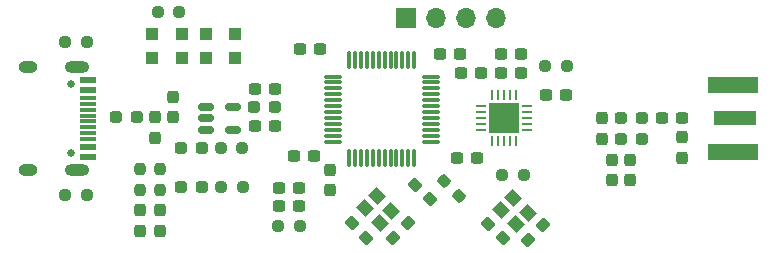
<source format=gts>
%TF.GenerationSoftware,KiCad,Pcbnew,(6.0.4)*%
%TF.CreationDate,2022-11-28T15:49:36+01:00*%
%TF.ProjectId,STM32F103RF,53544d33-3246-4313-9033-52462e6b6963,1*%
%TF.SameCoordinates,Original*%
%TF.FileFunction,Soldermask,Top*%
%TF.FilePolarity,Negative*%
%FSLAX46Y46*%
G04 Gerber Fmt 4.6, Leading zero omitted, Abs format (unit mm)*
G04 Created by KiCad (PCBNEW (6.0.4)) date 2022-11-28 15:49:36*
%MOMM*%
%LPD*%
G01*
G04 APERTURE LIST*
G04 Aperture macros list*
%AMRoundRect*
0 Rectangle with rounded corners*
0 $1 Rounding radius*
0 $2 $3 $4 $5 $6 $7 $8 $9 X,Y pos of 4 corners*
0 Add a 4 corners polygon primitive as box body*
4,1,4,$2,$3,$4,$5,$6,$7,$8,$9,$2,$3,0*
0 Add four circle primitives for the rounded corners*
1,1,$1+$1,$2,$3*
1,1,$1+$1,$4,$5*
1,1,$1+$1,$6,$7*
1,1,$1+$1,$8,$9*
0 Add four rect primitives between the rounded corners*
20,1,$1+$1,$2,$3,$4,$5,0*
20,1,$1+$1,$4,$5,$6,$7,0*
20,1,$1+$1,$6,$7,$8,$9,0*
20,1,$1+$1,$8,$9,$2,$3,0*%
%AMRotRect*
0 Rectangle, with rotation*
0 The origin of the aperture is its center*
0 $1 length*
0 $2 width*
0 $3 Rotation angle, in degrees counterclockwise*
0 Add horizontal line*
21,1,$1,$2,0,0,$3*%
G04 Aperture macros list end*
%ADD10RoundRect,0.237500X0.237500X-0.300000X0.237500X0.300000X-0.237500X0.300000X-0.237500X-0.300000X0*%
%ADD11RoundRect,0.237500X-0.287500X-0.237500X0.287500X-0.237500X0.287500X0.237500X-0.287500X0.237500X0*%
%ADD12RoundRect,0.237500X-0.237500X0.250000X-0.237500X-0.250000X0.237500X-0.250000X0.237500X0.250000X0*%
%ADD13RoundRect,0.237500X-0.344715X0.008839X0.008839X-0.344715X0.344715X-0.008839X-0.008839X0.344715X0*%
%ADD14RoundRect,0.237500X0.300000X0.237500X-0.300000X0.237500X-0.300000X-0.237500X0.300000X-0.237500X0*%
%ADD15RoundRect,0.075000X0.075000X-0.662500X0.075000X0.662500X-0.075000X0.662500X-0.075000X-0.662500X0*%
%ADD16RoundRect,0.075000X0.662500X-0.075000X0.662500X0.075000X-0.662500X0.075000X-0.662500X-0.075000X0*%
%ADD17RoundRect,0.237500X0.237500X-0.287500X0.237500X0.287500X-0.237500X0.287500X-0.237500X-0.287500X0*%
%ADD18RoundRect,0.237500X-0.380070X0.044194X0.044194X-0.380070X0.380070X-0.044194X-0.044194X0.380070X0*%
%ADD19R,1.700000X1.700000*%
%ADD20O,1.700000X1.700000*%
%ADD21C,0.650000*%
%ADD22R,1.450000X0.600000*%
%ADD23R,1.450000X0.300000*%
%ADD24O,1.600000X1.000000*%
%ADD25O,2.100000X1.000000*%
%ADD26RoundRect,0.237500X0.287500X0.237500X-0.287500X0.237500X-0.287500X-0.237500X0.287500X-0.237500X0*%
%ADD27RoundRect,0.237500X-0.300000X-0.237500X0.300000X-0.237500X0.300000X0.237500X-0.300000X0.237500X0*%
%ADD28RoundRect,0.237500X-0.250000X-0.237500X0.250000X-0.237500X0.250000X0.237500X-0.250000X0.237500X0*%
%ADD29RoundRect,0.237500X-0.237500X0.300000X-0.237500X-0.300000X0.237500X-0.300000X0.237500X0.300000X0*%
%ADD30R,1.000000X1.000000*%
%ADD31RoundRect,0.237500X0.044194X0.380070X-0.380070X-0.044194X-0.044194X-0.380070X0.380070X0.044194X0*%
%ADD32RoundRect,0.237500X0.250000X0.237500X-0.250000X0.237500X-0.250000X-0.237500X0.250000X-0.237500X0*%
%ADD33RoundRect,0.062500X-0.350000X-0.062500X0.350000X-0.062500X0.350000X0.062500X-0.350000X0.062500X0*%
%ADD34RoundRect,0.062500X-0.062500X-0.350000X0.062500X-0.350000X0.062500X0.350000X-0.062500X0.350000X0*%
%ADD35R,2.500000X2.500000*%
%ADD36RotRect,1.150000X1.000000X315.000000*%
%ADD37R,3.600000X1.270000*%
%ADD38R,4.200000X1.350000*%
%ADD39RoundRect,0.150000X-0.512500X-0.150000X0.512500X-0.150000X0.512500X0.150000X-0.512500X0.150000X0*%
%ADD40RotRect,1.150000X1.000000X135.000000*%
G04 APERTURE END LIST*
D10*
X81231250Y-62687500D03*
X81231250Y-60962500D03*
D11*
X81968750Y-68587500D03*
X83718750Y-68587500D03*
D12*
X80168750Y-67037500D03*
X80168750Y-68862500D03*
D10*
X119993750Y-68000000D03*
X119993750Y-66275000D03*
D13*
X104223515Y-68092265D03*
X105513985Y-69382735D03*
D14*
X93228125Y-65984375D03*
X91503125Y-65984375D03*
D15*
X96181250Y-66150000D03*
X96681250Y-66150000D03*
X97181250Y-66150000D03*
X97681250Y-66150000D03*
X98181250Y-66150000D03*
X98681250Y-66150000D03*
X99181250Y-66150000D03*
X99681250Y-66150000D03*
X100181250Y-66150000D03*
X100681250Y-66150000D03*
X101181250Y-66150000D03*
X101681250Y-66150000D03*
D16*
X103093750Y-64737500D03*
X103093750Y-64237500D03*
X103093750Y-63737500D03*
X103093750Y-63237500D03*
X103093750Y-62737500D03*
X103093750Y-62237500D03*
X103093750Y-61737500D03*
X103093750Y-61237500D03*
X103093750Y-60737500D03*
X103093750Y-60237500D03*
X103093750Y-59737500D03*
X103093750Y-59237500D03*
D15*
X101681250Y-57825000D03*
X101181250Y-57825000D03*
X100681250Y-57825000D03*
X100181250Y-57825000D03*
X99681250Y-57825000D03*
X99181250Y-57825000D03*
X98681250Y-57825000D03*
X98181250Y-57825000D03*
X97681250Y-57825000D03*
X97181250Y-57825000D03*
X96681250Y-57825000D03*
X96181250Y-57825000D03*
D16*
X94768750Y-59237500D03*
X94768750Y-59737500D03*
X94768750Y-60237500D03*
X94768750Y-60737500D03*
X94768750Y-61237500D03*
X94768750Y-61737500D03*
X94768750Y-62237500D03*
X94768750Y-62737500D03*
X94768750Y-63237500D03*
X94768750Y-63737500D03*
X94768750Y-64237500D03*
X94768750Y-64737500D03*
D17*
X117593750Y-64512500D03*
X117593750Y-62762500D03*
D11*
X88131250Y-61837500D03*
X89881250Y-61837500D03*
X81956250Y-65287500D03*
X83706250Y-65287500D03*
D18*
X96421370Y-71677620D03*
X97641130Y-72897380D03*
D19*
X100968750Y-54237500D03*
D20*
X103508750Y-54237500D03*
X106048750Y-54237500D03*
X108588750Y-54237500D03*
D21*
X72631250Y-65677500D03*
X72631250Y-59897500D03*
D22*
X74076250Y-59537500D03*
X74076250Y-60337500D03*
D23*
X74076250Y-61537500D03*
X74076250Y-62537500D03*
X74076250Y-63037500D03*
X74076250Y-64037500D03*
D22*
X74076250Y-65237500D03*
X74076250Y-66037500D03*
X74076250Y-66037500D03*
X74076250Y-65237500D03*
D23*
X74076250Y-64537500D03*
X74076250Y-63537500D03*
X74076250Y-62037500D03*
X74076250Y-61037500D03*
D22*
X74076250Y-60337500D03*
X74076250Y-59537500D03*
D24*
X68981250Y-67107500D03*
D25*
X73161250Y-58467500D03*
D24*
X68981250Y-58467500D03*
D25*
X73161250Y-67107500D03*
D12*
X78468750Y-67037500D03*
X78468750Y-68862500D03*
D10*
X118393750Y-68000000D03*
X118393750Y-66275000D03*
D14*
X91928125Y-68684375D03*
X90203125Y-68684375D03*
D26*
X120968750Y-64537500D03*
X119218750Y-64537500D03*
D27*
X103868750Y-57287500D03*
X105593750Y-57287500D03*
D28*
X72118750Y-69287500D03*
X73943750Y-69287500D03*
D29*
X79731250Y-62687500D03*
X79731250Y-64412500D03*
D30*
X84018750Y-55637500D03*
X86518750Y-55637500D03*
D31*
X101141130Y-71677620D03*
X99921370Y-72897380D03*
D32*
X87143750Y-65287500D03*
X85318750Y-65287500D03*
D28*
X79956250Y-53737500D03*
X81781250Y-53737500D03*
D33*
X107331250Y-61737500D03*
X107331250Y-62237500D03*
X107331250Y-62737500D03*
X107331250Y-63237500D03*
X107331250Y-63737500D03*
D34*
X108268750Y-64675000D03*
X108768750Y-64675000D03*
X109268750Y-64675000D03*
X109768750Y-64675000D03*
X110268750Y-64675000D03*
D33*
X111206250Y-63737500D03*
X111206250Y-63237500D03*
X111206250Y-62737500D03*
X111206250Y-62237500D03*
X111206250Y-61737500D03*
D34*
X110268750Y-60800000D03*
X109768750Y-60800000D03*
X109268750Y-60800000D03*
X108768750Y-60800000D03*
X108268750Y-60800000D03*
D35*
X109268750Y-62737500D03*
D32*
X87181250Y-68587500D03*
X85356250Y-68587500D03*
D36*
X97517557Y-70363756D03*
X98754994Y-71601193D03*
X99744943Y-70611244D03*
X98507506Y-69373807D03*
D18*
X107958870Y-71727620D03*
X109178630Y-72947380D03*
D27*
X109006250Y-58937500D03*
X110731250Y-58937500D03*
D17*
X80168750Y-72325000D03*
X80168750Y-70575000D03*
D11*
X76456250Y-62687500D03*
X78206250Y-62687500D03*
D30*
X79518750Y-55637500D03*
X82018750Y-55637500D03*
D28*
X112756250Y-58337500D03*
X114581250Y-58337500D03*
D18*
X101791761Y-68388885D03*
X103011521Y-69608645D03*
D14*
X93731250Y-56937500D03*
X92006250Y-56937500D03*
D28*
X72118750Y-56287500D03*
X73943750Y-56287500D03*
D30*
X86518750Y-57637500D03*
X84018750Y-57637500D03*
D29*
X94565625Y-67121875D03*
X94565625Y-68846875D03*
D30*
X82018750Y-57637500D03*
X79518750Y-57637500D03*
D37*
X128837500Y-62787500D03*
D38*
X128637500Y-65612500D03*
X128637500Y-59962500D03*
D39*
X84093750Y-61837500D03*
X84093750Y-62787500D03*
X84093750Y-63737500D03*
X86368750Y-63737500D03*
X86368750Y-61837500D03*
D27*
X105606250Y-58937500D03*
X107331250Y-58937500D03*
D14*
X89893750Y-63387500D03*
X88168750Y-63387500D03*
D32*
X110981250Y-67537500D03*
X109156250Y-67537500D03*
D27*
X109006250Y-57337500D03*
X110731250Y-57337500D03*
D14*
X107031250Y-66137500D03*
X105306250Y-66137500D03*
D10*
X124393750Y-66100000D03*
X124393750Y-64375000D03*
D27*
X90206250Y-70237500D03*
X91931250Y-70237500D03*
X122631250Y-62737500D03*
X124356250Y-62737500D03*
D14*
X89893750Y-60287500D03*
X88168750Y-60287500D03*
D31*
X112578630Y-71827620D03*
X111358870Y-73047380D03*
D32*
X91993750Y-71847500D03*
X90168750Y-71847500D03*
D40*
X111282443Y-70761244D03*
X110045006Y-69523807D03*
X109055057Y-70513756D03*
X110292494Y-71751193D03*
D11*
X119218750Y-62737500D03*
X120968750Y-62737500D03*
D17*
X78468750Y-72325000D03*
X78468750Y-70575000D03*
D27*
X112806250Y-60837500D03*
X114531250Y-60837500D03*
M02*

</source>
